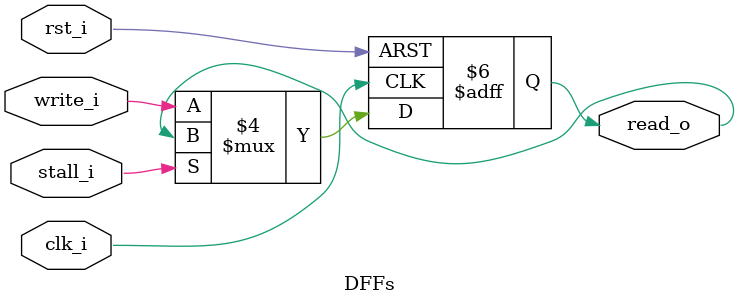
<source format=v>
module DFFs (
  input   clk_i,
  input   rst_i,
  input   stall_i,
  input      [SIZE - 1:0] write_i,
  output reg [SIZE - 1:0] read_o
);

parameter SIZE = 1;

always@(posedge clk_i or negedge rst_i) begin
  if(~rst_i)
    read_o <= 0;
  else if(stall_i)
    read_o <= read_o;
  else
    read_o <= write_i;
end

endmodule

</source>
